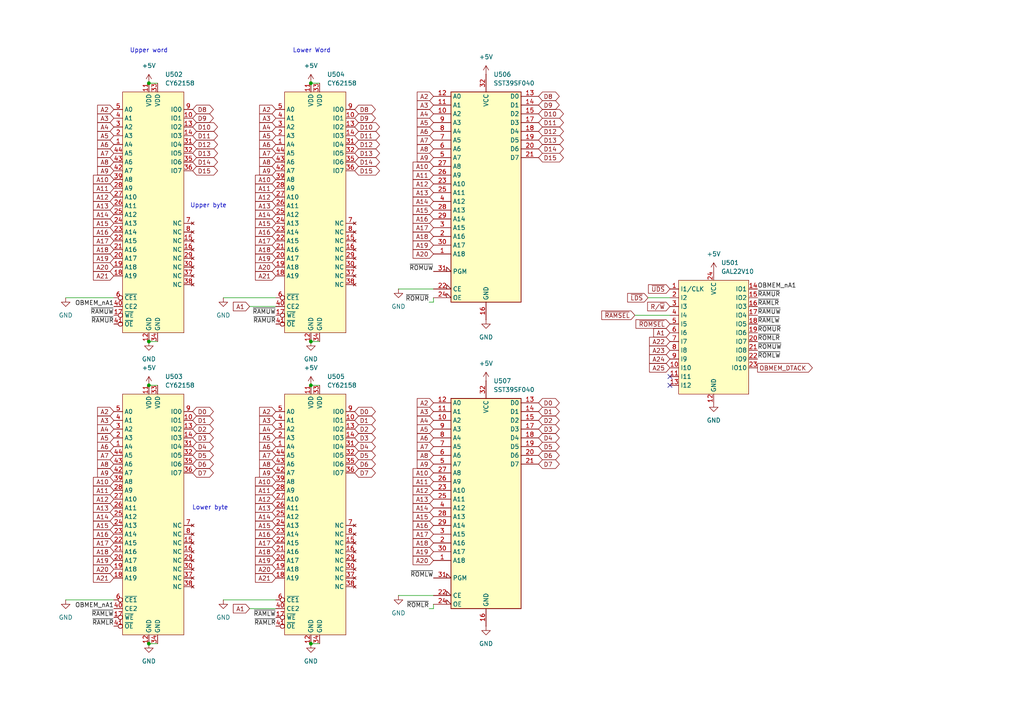
<source format=kicad_sch>
(kicad_sch (version 20250114) (generator "eeschema") (generator_version "9.0")
  (paper "A4")
  (lib_symbols
    (symbol "Memory_Flash:SST39SF040"
      (property "Reference" "U" (at 2.54 33.02 0))
      (property "Value" "SST39SF040" (at 0 -30.48 0))
      (symbol "SST39SF040_0_0"
        (pin power_in line (at 0 36.83 270) (length 5.08) (name "VCC") (number "32"))
        (pin power_in line (at 0 -34.29 90) (length 5.08) (name "GND") (number "16"))
      )
      (symbol "SST39SF040_0_1"
        (rectangle (start -10.16 31.75) (end 10.16 -29.21) (stroke (width 0.254)) (fill (type background)))
      )
      (symbol "SST39SF040_1_1"
        (pin input line (at -15.24 30.48 0) (length 5.08) (name "A0") (number "12"))
        (pin input line (at -15.24 27.94 0) (length 5.08) (name "A1") (number "11"))
        (pin input line (at -15.24 25.4 0) (length 5.08) (name "A2") (number "10"))
        (pin input line (at -15.24 22.86 0) (length 5.08) (name "A3") (number "9"))
        (pin input line (at -15.24 20.32 0) (length 5.08) (name "A4") (number "8"))
        (pin input line (at -15.24 17.78 0) (length 5.08) (name "A5") (number "7"))
        (pin input line (at -15.24 15.24 0) (length 5.08) (name "A6") (number "6"))
        (pin input line (at -15.24 12.7 0) (length 5.08) (name "A7") (number "5"))
        (pin input line (at -15.24 10.16 0) (length 5.08) (name "A8") (number "27"))
        (pin input line (at -15.24 7.62 0) (length 5.08) (name "A9") (number "26"))
        (pin input line (at -15.24 5.08 0) (length 5.08) (name "A10") (number "23"))
        (pin input line (at -15.24 2.54 0) (length 5.08) (name "A11") (number "25"))
        (pin input line (at -15.24 0 0) (length 5.08) (name "A12") (number "4"))
        (pin input line (at -15.24 -2.54 0) (length 5.08) (name "A13") (number "28"))
        (pin input line (at -15.24 -5.08 0) (length 5.08) (name "A14") (number "29"))
        (pin input line (at -15.24 -7.62 0) (length 5.08) (name "A15") (number "3"))
        (pin input line (at -15.24 -10.16 0) (length 5.08) (name "A16") (number "2"))
        (pin input line (at -15.24 -12.7 0) (length 5.08) (name "A17") (number "30"))
        (pin input line (at -15.24 -15.24 0) (length 5.08) (name "A18") (number "1"))
        (pin input input_low (at -15.24 -20.32 0) (length 5.08) (name "PGM") (number "31"))
        (pin input input_low (at -15.24 -25.4 0) (length 5.08) (name "CE") (number "22"))
        (pin input input_low (at -15.24 -27.94 0) (length 5.08) (name "OE") (number "24"))
        (pin tri_state line (at 15.24 30.48 180) (length 5.08) (name "D0") (number "13"))
        (pin tri_state line (at 15.24 27.94 180) (length 5.08) (name "D1") (number "14"))
        (pin tri_state line (at 15.24 25.4 180) (length 5.08) (name "D2") (number "15"))
        (pin tri_state line (at 15.24 22.86 180) (length 5.08) (name "D3") (number "17"))
        (pin tri_state line (at 15.24 20.32 180) (length 5.08) (name "D4") (number "18"))
        (pin tri_state line (at 15.24 17.78 180) (length 5.08) (name "D5") (number "19"))
        (pin tri_state line (at 15.24 15.24 180) (length 5.08) (name "D6") (number "20"))
        (pin tri_state line (at 15.24 12.7 180) (length 5.08) (name "D7") (number "21"))
      )
    )
    (symbol "jrt-ICs:GAL22V10" (pin_names (offset 0.5))
      (property "Reference" "U" (at 2.54 20.32 0))
      (property "Value" "GAL22V10" (at 0 0 0))
      (symbol "GAL22V10_1_1"
        (rectangle (start -10.16 16.51) (end 10.16 -16.51) (fill (type background)))
        (pin input line (at -12.7 13.97 0) (length 2.54) (name "I1/CLK") (number "1"))
        (pin input line (at -12.7 11.43 0) (length 2.54) (name "I2") (number "2"))
        (pin input line (at -12.7 8.89 0) (length 2.54) (name "I3") (number "3"))
        (pin input line (at -12.7 6.35 0) (length 2.54) (name "I4") (number "4"))
        (pin input line (at -12.7 3.81 0) (length 2.54) (name "I5") (number "5"))
        (pin input line (at -12.7 1.27 0) (length 2.54) (name "I6") (number "6"))
        (pin input line (at -12.7 -1.27 0) (length 2.54) (name "I7") (number "7"))
        (pin input line (at -12.7 -3.81 0) (length 2.54) (name "I8") (number "8"))
        (pin input line (at -12.7 -6.35 0) (length 2.54) (name "I9") (number "9"))
        (pin input line (at -12.7 -8.89 0) (length 2.54) (name "I10") (number "10"))
        (pin input line (at -12.7 -11.43 0) (length 2.54) (name "I11") (number "11"))
        (pin input line (at -12.7 -13.97 0) (length 2.54) (name "I12") (number "13"))
        (pin power_in line (at 0 19.05 270) (length 2.54) (name "VCC") (number "24"))
        (pin power_in line (at 0 -19.05 90) (length 2.54) (name "GND") (number "12"))
        (pin tri_state line (at 12.7 13.97 180) (length 2.54) (name "IO1") (number "14"))
        (pin tri_state line (at 12.7 11.43 180) (length 2.54) (name "IO2") (number "15"))
        (pin tri_state line (at 12.7 8.89 180) (length 2.54) (name "IO3") (number "16"))
        (pin tri_state line (at 12.7 6.35 180) (length 2.54) (name "IO4") (number "17"))
        (pin tri_state line (at 12.7 3.81 180) (length 2.54) (name "IO5") (number "18"))
        (pin tri_state line (at 12.7 1.27 180) (length 2.54) (name "IO6") (number "19"))
        (pin tri_state line (at 12.7 -1.27 180) (length 2.54) (name "IO7") (number "20"))
        (pin tri_state line (at 12.7 -3.81 180) (length 2.54) (name "IO8") (number "21"))
        (pin tri_state line (at 12.7 -6.35 180) (length 2.54) (name "IO9") (number "22"))
        (pin tri_state line (at 12.7 -8.89 180) (length 2.54) (name "IO10") (number "23"))
      )
    )
    (symbol "jrt-Memory:CY62158"
      (property "Reference" "U" (at 10.668 7.62 0))
      (property "Value" "CY62158" (at 10.414 5.588 0))
      (symbol "CY62158_1_1"
        (rectangle (start -8.89 0) (end 8.89 -69.85) (fill (type background)))
        (pin input line (at -11.43 -5.08 0) (length 2.54) (name "A0") (number "5"))
        (pin input line (at -11.43 -7.62 0) (length 2.54) (name "A1") (number "4"))
        (pin input line (at -11.43 -10.16 0) (length 2.54) (name "A2") (number "3"))
        (pin input line (at -11.43 -12.7 0) (length 2.54) (name "A3") (number "2"))
        (pin input line (at -11.43 -15.24 0) (length 2.54) (name "A4") (number "1"))
        (pin input line (at -11.43 -17.78 0) (length 2.54) (name "A5") (number "44"))
        (pin input line (at -11.43 -20.32 0) (length 2.54) (name "A6") (number "43"))
        (pin input line (at -11.43 -22.86 0) (length 2.54) (name "A7") (number "42"))
        (pin input line (at -11.43 -25.4 0) (length 2.54) (name "A8") (number "39"))
        (pin input line (at -11.43 -27.94 0) (length 2.54) (name "A9") (number "28"))
        (pin input line (at -11.43 -30.48 0) (length 2.54) (name "A10") (number "27"))
        (pin input line (at -11.43 -33.02 0) (length 2.54) (name "A11") (number "26"))
        (pin input line (at -11.43 -35.56 0) (length 2.54) (name "A12") (number "25"))
        (pin input line (at -11.43 -38.1 0) (length 2.54) (name "A13") (number "24"))
        (pin input line (at -11.43 -40.64 0) (length 2.54) (name "A14") (number "23"))
        (pin input line (at -11.43 -43.18 0) (length 2.54) (name "A15") (number "22"))
        (pin input line (at -11.43 -45.72 0) (length 2.54) (name "A16") (number "21"))
        (pin input line (at -11.43 -48.26 0) (length 2.54) (name "A17") (number "20"))
        (pin input line (at -11.43 -50.8 0) (length 2.54) (name "A18") (number "19"))
        (pin input line (at -11.43 -53.34 0) (length 2.54) (name "A19") (number "18"))
        (pin input inverted (at -11.43 -59.69 0) (length 2.54) (name "~{CE1}") (number "6"))
        (pin input line (at -11.43 -62.23 0) (length 2.54) (name "CE2") (number "40"))
        (pin input inverted (at -11.43 -64.77 0) (length 2.54) (name "~{WE}") (number "17"))
        (pin input inverted (at -11.43 -67.31 0) (length 2.54) (name "~{OE}") (number "41"))
        (pin power_in line (at -1.27 2.54 270) (length 2.54) (name "VDD") (number "11"))
        (pin power_in line (at -1.27 -72.39 90) (length 2.54) (name "GND") (number "12"))
        (pin power_in line (at 1.27 2.54 270) (length 2.54) (name "VDD") (number "33"))
        (pin power_in line (at 1.27 -72.39 90) (length 2.54) (name "GND") (number "34"))
        (pin tri_state line (at 11.43 -5.08 180) (length 2.54) (name "IO0") (number "9"))
        (pin tri_state line (at 11.43 -7.62 180) (length 2.54) (name "IO1") (number "10"))
        (pin tri_state line (at 11.43 -10.16 180) (length 2.54) (name "IO2") (number "13"))
        (pin tri_state line (at 11.43 -12.7 180) (length 2.54) (name "IO3") (number "14"))
        (pin tri_state line (at 11.43 -15.24 180) (length 2.54) (name "IO4") (number "31"))
        (pin tri_state line (at 11.43 -17.78 180) (length 2.54) (name "IO5") (number "32"))
        (pin tri_state line (at 11.43 -20.32 180) (length 2.54) (name "IO6") (number "35"))
        (pin tri_state line (at 11.43 -22.86 180) (length 2.54) (name "IO7") (number "36"))
        (pin no_connect line (at 11.43 -38.1 180) (length 2.54) (name "NC") (number "7"))
        (pin no_connect line (at 11.43 -40.64 180) (length 2.54) (name "NC") (number "8"))
        (pin no_connect line (at 11.43 -43.18 180) (length 2.54) (name "NC") (number "15"))
        (pin no_connect line (at 11.43 -45.72 180) (length 2.54) (name "NC") (number "16"))
        (pin no_connect line (at 11.43 -48.26 180) (length 2.54) (name "NC") (number "29"))
        (pin no_connect line (at 11.43 -50.8 180) (length 2.54) (name "NC") (number "30"))
        (pin no_connect line (at 11.43 -53.34 180) (length 2.54) (name "NC") (number "37"))
        (pin no_connect line (at 11.43 -55.88 180) (length 2.54) (name "NC") (number "38"))
      )
    )
    (symbol "power:+5V" (power) (pin_numbers (hide yes)) (pin_names (offset 0) (hide yes))
      (property "Value" "+5V" (at 0 3.556 0))
      (symbol "+5V_0_1"
        (polyline (pts (xy -0.762 1.27) (xy 0 2.54)))
        (polyline (pts (xy 0 2.54) (xy 0.762 1.27)))
        (polyline (pts (xy 0 0) (xy 0 2.54)))
      )
      (symbol "+5V_1_1"
        (pin power_in line (at 0 0 90) (length 0) (name "~") (number "1"))
      )
    )
    (symbol "power:GND" (power) (pin_numbers (hide yes)) (pin_names (offset 0) (hide yes))
      (property "Value" "GND" (at 0 -3.81 0))
      (symbol "GND_0_1"
        (polyline (pts (xy 0 0) (xy 0 -1.27) (xy 1.27 -1.27) (xy 0 -2.54) (xy -1.27 -1.27) (xy 0 -1.27)))
      )
      (symbol "GND_1_1"
        (pin power_in line (at 0 0 270) (length 0) (name "~") (number "1"))
      )
    )
  )
  (text "Upper word" (at 43.18 14.732 0) (effects (font (size 1.27 1.27))))
  (text "Lower byte" (at 60.96 147.32 0) (effects (font (size 1.27 1.27))))
  (text "Upper byte" (at 60.452 59.69 0) (effects (font (size 1.27 1.27))))
  (text "Lower Word" (at 90.424 14.732 0) (effects (font (size 1.27 1.27))))
  (junction (at 90.17 24.13))
  (junction (at 90.17 99.06))
  (junction (at 43.18 99.06))
  (junction (at 90.17 186.69))
  (junction (at 43.18 186.69))
  (junction (at 43.18 111.76))
  (junction (at 90.17 111.76))
  (junction (at 43.18 24.13))
  (no_connect (at 194.31 109.22))
  (no_connect (at 194.31 111.76))
  (wire (pts (xy 72.39 88.9) (xy 80.01 88.9)))
  (wire (pts (xy 90.17 99.06) (xy 92.71 99.06)))
  (wire (pts (xy 43.18 111.76) (xy 45.72 111.76)))
  (wire (pts (xy 90.17 24.13) (xy 92.71 24.13)))
  (wire (pts (xy 72.39 176.53) (xy 80.01 176.53)))
  (wire (pts (xy 124.46 176.53) (xy 125.73 176.53)))
  (wire (pts (xy 124.46 87.63) (xy 125.73 87.63)))
  (wire (pts (xy 43.18 186.69) (xy 45.72 186.69)))
  (wire (pts (xy 19.05 86.36) (xy 33.02 86.36)))
  (wire (pts (xy 184.15 91.44) (xy 194.31 91.44)))
  (wire (pts (xy 64.77 173.99) (xy 80.01 173.99)))
  (wire (pts (xy 125.73 87.63) (xy 125.73 86.36)))
  (wire (pts (xy 115.57 83.82) (xy 125.73 83.82)))
  (wire (pts (xy 43.18 24.13) (xy 45.72 24.13)))
  (wire (pts (xy 115.57 172.72) (xy 125.73 172.72)))
  (wire (pts (xy 43.18 99.06) (xy 45.72 99.06)))
  (wire (pts (xy 64.77 86.36) (xy 80.01 86.36)))
  (wire (pts (xy 187.96 86.36) (xy 194.31 86.36)))
  (wire (pts (xy 90.17 111.76) (xy 92.71 111.76)))
  (wire (pts (xy 90.17 186.69) (xy 92.71 186.69)))
  (wire (pts (xy 19.05 173.99) (xy 33.02 173.99)))
  (wire (pts (xy 125.73 176.53) (xy 125.73 175.26)))
  (label "~{ROMLR}" (at 124.46 176.53 180))
  (label "~{ROMUW}" (at 219.71 101.6 0))
  (label "~{ROMLR}" (at 219.71 99.06 0))
  (label "~{RAMLW}" (at 33.02 179.07 180))
  (label "~{ROMLW}" (at 219.71 104.14 0))
  (label "OBMEM_nA1" (at 33.02 88.9 180))
  (label "~{RAMLW}" (at 80.01 179.07 180))
  (label "OBMEM_nA1" (at 33.02 176.53 180))
  (label "~{ROMUR}" (at 219.71 96.52 0))
  (label "~{ROMUW}" (at 125.73 78.74 180))
  (label "~{RAMUR}" (at 80.01 93.98 180))
  (label "~{RAMUW}" (at 33.02 91.44 180))
  (label "~{RAMLR}" (at 80.01 181.61 180))
  (label "~{RAMUR}" (at 219.71 86.36 0))
  (label "~{RAMLR}" (at 219.71 88.9 0))
  (label "~{RAMLW}" (at 219.71 93.98 0))
  (label "~{RAMLR}" (at 33.02 181.61 180))
  (label "~{ROMUR}" (at 124.46 87.63 180))
  (label "OBMEM_nA1" (at 219.71 83.82 0))
  (label "~{RAMUW}" (at 80.01 91.44 180))
  (label "~{RAMUR}" (at 33.02 93.98 180))
  (label "~{RAMUW}" (at 219.71 91.44 0))
  (label "~{ROMLW}" (at 125.73 167.64 180))
  (global_label "D8" (shape bidirectional) (at 55.88 31.75 0) (property "Intersheetrefs" "${INTERSHEET_REFS}" (effects (hide yes))))
  (global_label "A22" (shape input) (at 194.31 99.06 180) (property "Intersheetrefs" "${INTERSHEET_REFS}" (effects (hide yes))))
  (global_label "A18" (shape input) (at 80.01 72.39 180) (property "Intersheetrefs" "${INTERSHEET_REFS}" (effects (hide yes))))
  (global_label "D13" (shape bidirectional) (at 102.87 44.45 0) (property "Intersheetrefs" "${INTERSHEET_REFS}" (effects (hide yes))))
  (global_label "A14" (shape input) (at 125.73 58.42 180) (property "Intersheetrefs" "${INTERSHEET_REFS}" (effects (hide yes))))
  (global_label "D3" (shape bidirectional) (at 102.87 127 0) (property "Intersheetrefs" "${INTERSHEET_REFS}" (effects (hide yes))))
  (global_label "A2" (shape input) (at 33.02 31.75 180) (property "Intersheetrefs" "${INTERSHEET_REFS}" (effects (hide yes))))
  (global_label "A19" (shape input) (at 80.01 74.93 180) (property "Intersheetrefs" "${INTERSHEET_REFS}" (effects (hide yes))))
  (global_label "A23" (shape input) (at 194.31 101.6 180) (property "Intersheetrefs" "${INTERSHEET_REFS}" (effects (hide yes))))
  (global_label "A15" (shape input) (at 33.02 152.4 180) (property "Intersheetrefs" "${INTERSHEET_REFS}" (effects (hide yes))))
  (global_label "A15" (shape input) (at 80.01 152.4 180) (property "Intersheetrefs" "${INTERSHEET_REFS}" (effects (hide yes))))
  (global_label "A10" (shape input) (at 80.01 52.07 180) (property "Intersheetrefs" "${INTERSHEET_REFS}" (effects (hide yes))))
  (global_label "A4" (shape input) (at 33.02 124.46 180) (property "Intersheetrefs" "${INTERSHEET_REFS}" (effects (hide yes))))
  (global_label "A3" (shape input) (at 33.02 34.29 180) (property "Intersheetrefs" "${INTERSHEET_REFS}" (effects (hide yes))))
  (global_label "A5" (shape input) (at 33.02 127 180) (property "Intersheetrefs" "${INTERSHEET_REFS}" (effects (hide yes))))
  (global_label "A2" (shape input) (at 80.01 31.75 180) (property "Intersheetrefs" "${INTERSHEET_REFS}" (effects (hide yes))))
  (global_label "D12" (shape bidirectional) (at 102.87 41.91 0) (property "Intersheetrefs" "${INTERSHEET_REFS}" (effects (hide yes))))
  (global_label "A6" (shape input) (at 33.02 129.54 180) (property "Intersheetrefs" "${INTERSHEET_REFS}" (effects (hide yes))))
  (global_label "A13" (shape input) (at 80.01 59.69 180) (property "Intersheetrefs" "${INTERSHEET_REFS}" (effects (hide yes))))
  (global_label "D11" (shape bidirectional) (at 102.87 39.37 0) (property "Intersheetrefs" "${INTERSHEET_REFS}" (effects (hide yes))))
  (global_label "A21" (shape input) (at 80.01 80.01 180) (property "Intersheetrefs" "${INTERSHEET_REFS}" (effects (hide yes))))
  (global_label "A14" (shape input) (at 80.01 62.23 180) (property "Intersheetrefs" "${INTERSHEET_REFS}" (effects (hide yes))))
  (global_label "A6" (shape input) (at 125.73 38.1 180) (property "Intersheetrefs" "${INTERSHEET_REFS}" (effects (hide yes))))
  (global_label "A4" (shape input) (at 125.73 121.92 180) (property "Intersheetrefs" "${INTERSHEET_REFS}" (effects (hide yes))))
  (global_label "~{RAMSEL}" (shape input) (at 184.15 91.44 180) (property "Intersheetrefs" "${INTERSHEET_REFS}" (effects (hide yes))))
  (global_label "A20" (shape input) (at 80.01 165.1 180) (property "Intersheetrefs" "${INTERSHEET_REFS}" (effects (hide yes))))
  (global_label "D1" (shape bidirectional) (at 102.87 121.92 0) (property "Intersheetrefs" "${INTERSHEET_REFS}" (effects (hide yes))))
  (global_label "A11" (shape input) (at 125.73 139.7 180) (property "Intersheetrefs" "${INTERSHEET_REFS}" (effects (hide yes))))
  (global_label "A20" (shape input) (at 125.73 73.66 180) (property "Intersheetrefs" "${INTERSHEET_REFS}" (effects (hide yes))))
  (global_label "D15" (shape bidirectional) (at 55.88 49.53 0) (property "Intersheetrefs" "${INTERSHEET_REFS}" (effects (hide yes))))
  (global_label "D7" (shape bidirectional) (at 102.87 137.16 0) (property "Intersheetrefs" "${INTERSHEET_REFS}" (effects (hide yes))))
  (global_label "A14" (shape input) (at 33.02 62.23 180) (property "Intersheetrefs" "${INTERSHEET_REFS}" (effects (hide yes))))
  (global_label "A6" (shape input) (at 80.01 129.54 180) (property "Intersheetrefs" "${INTERSHEET_REFS}" (effects (hide yes))))
  (global_label "A10" (shape input) (at 33.02 52.07 180) (property "Intersheetrefs" "${INTERSHEET_REFS}" (effects (hide yes))))
  (global_label "A9" (shape input) (at 125.73 45.72 180) (property "Intersheetrefs" "${INTERSHEET_REFS}" (effects (hide yes))))
  (global_label "A21" (shape input) (at 80.01 167.64 180) (property "Intersheetrefs" "${INTERSHEET_REFS}" (effects (hide yes))))
  (global_label "D3" (shape bidirectional) (at 55.88 127 0) (property "Intersheetrefs" "${INTERSHEET_REFS}" (effects (hide yes))))
  (global_label "A18" (shape input) (at 125.73 157.48 180) (property "Intersheetrefs" "${INTERSHEET_REFS}" (effects (hide yes))))
  (global_label "A9" (shape input) (at 33.02 49.53 180) (property "Intersheetrefs" "${INTERSHEET_REFS}" (effects (hide yes))))
  (global_label "~{UDS}" (shape input) (at 194.31 83.82 180) (property "Intersheetrefs" "${INTERSHEET_REFS}" (effects (hide yes))))
  (global_label "A1" (shape input) (at 72.39 88.9 180) (property "Intersheetrefs" "${INTERSHEET_REFS}" (effects (hide yes))))
  (global_label "D13" (shape bidirectional) (at 55.88 44.45 0) (property "Intersheetrefs" "${INTERSHEET_REFS}" (effects (hide yes))))
  (global_label "A19" (shape input) (at 125.73 160.02 180) (property "Intersheetrefs" "${INTERSHEET_REFS}" (effects (hide yes))))
  (global_label "D14" (shape bidirectional) (at 156.21 43.18 0) (property "Intersheetrefs" "${INTERSHEET_REFS}" (effects (hide yes))))
  (global_label "A4" (shape input) (at 80.01 124.46 180) (property "Intersheetrefs" "${INTERSHEET_REFS}" (effects (hide yes))))
  (global_label "A12" (shape input) (at 33.02 57.15 180) (property "Intersheetrefs" "${INTERSHEET_REFS}" (effects (hide yes))))
  (global_label "A21" (shape input) (at 33.02 167.64 180) (property "Intersheetrefs" "${INTERSHEET_REFS}" (effects (hide yes))))
  (global_label "D7" (shape bidirectional) (at 156.21 134.62 0) (property "Intersheetrefs" "${INTERSHEET_REFS}" (effects (hide yes))))
  (global_label "A10" (shape input) (at 33.02 139.7 180) (property "Intersheetrefs" "${INTERSHEET_REFS}" (effects (hide yes))))
  (global_label "A12" (shape input) (at 125.73 142.24 180) (property "Intersheetrefs" "${INTERSHEET_REFS}" (effects (hide yes))))
  (global_label "A12" (shape input) (at 125.73 53.34 180) (property "Intersheetrefs" "${INTERSHEET_REFS}" (effects (hide yes))))
  (global_label "A10" (shape input) (at 125.73 48.26 180) (property "Intersheetrefs" "${INTERSHEET_REFS}" (effects (hide yes))))
  (global_label "A7" (shape input) (at 33.02 132.08 180) (property "Intersheetrefs" "${INTERSHEET_REFS}" (effects (hide yes))))
  (global_label "D10" (shape bidirectional) (at 102.87 36.83 0) (property "Intersheetrefs" "${INTERSHEET_REFS}" (effects (hide yes))))
  (global_label "A9" (shape input) (at 33.02 137.16 180) (property "Intersheetrefs" "${INTERSHEET_REFS}" (effects (hide yes))))
  (global_label "D12" (shape bidirectional) (at 156.21 38.1 0) (property "Intersheetrefs" "${INTERSHEET_REFS}" (effects (hide yes))))
  (global_label "A4" (shape input) (at 80.01 36.83 180) (property "Intersheetrefs" "${INTERSHEET_REFS}" (effects (hide yes))))
  (global_label "A11" (shape input) (at 80.01 54.61 180) (property "Intersheetrefs" "${INTERSHEET_REFS}" (effects (hide yes))))
  (global_label "A13" (shape input) (at 33.02 59.69 180) (property "Intersheetrefs" "${INTERSHEET_REFS}" (effects (hide yes))))
  (global_label "D9" (shape bidirectional) (at 55.88 34.29 0) (property "Intersheetrefs" "${INTERSHEET_REFS}" (effects (hide yes))))
  (global_label "A5" (shape input) (at 125.73 124.46 180) (property "Intersheetrefs" "${INTERSHEET_REFS}" (effects (hide yes))))
  (global_label "A16" (shape input) (at 125.73 63.5 180) (property "Intersheetrefs" "${INTERSHEET_REFS}" (effects (hide yes))))
  (global_label "A6" (shape input) (at 80.01 41.91 180) (property "Intersheetrefs" "${INTERSHEET_REFS}" (effects (hide yes))))
  (global_label "D2" (shape bidirectional) (at 156.21 121.92 0) (property "Intersheetrefs" "${INTERSHEET_REFS}" (effects (hide yes))))
  (global_label "A10" (shape input) (at 80.01 139.7 180) (property "Intersheetrefs" "${INTERSHEET_REFS}" (effects (hide yes))))
  (global_label "A9" (shape input) (at 80.01 137.16 180) (property "Intersheetrefs" "${INTERSHEET_REFS}" (effects (hide yes))))
  (global_label "A5" (shape input) (at 125.73 35.56 180) (property "Intersheetrefs" "${INTERSHEET_REFS}" (effects (hide yes))))
  (global_label "D9" (shape bidirectional) (at 102.87 34.29 0) (property "Intersheetrefs" "${INTERSHEET_REFS}" (effects (hide yes))))
  (global_label "A7" (shape input) (at 80.01 132.08 180) (property "Intersheetrefs" "${INTERSHEET_REFS}" (effects (hide yes))))
  (global_label "D9" (shape bidirectional) (at 156.21 30.48 0) (property "Intersheetrefs" "${INTERSHEET_REFS}" (effects (hide yes))))
  (global_label "A3" (shape input) (at 80.01 121.92 180) (property "Intersheetrefs" "${INTERSHEET_REFS}" (effects (hide yes))))
  (global_label "A11" (shape input) (at 33.02 142.24 180) (property "Intersheetrefs" "${INTERSHEET_REFS}" (effects (hide yes))))
  (global_label "A16" (shape input) (at 80.01 154.94 180) (property "Intersheetrefs" "${INTERSHEET_REFS}" (effects (hide yes))))
  (global_label "~{ROMSEL}" (shape input) (at 194.31 93.98 180) (property "Intersheetrefs" "${INTERSHEET_REFS}" (effects (hide yes))))
  (global_label "A14" (shape input) (at 125.73 147.32 180) (property "Intersheetrefs" "${INTERSHEET_REFS}" (effects (hide yes))))
  (global_label "A20" (shape input) (at 80.01 77.47 180) (property "Intersheetrefs" "${INTERSHEET_REFS}" (effects (hide yes))))
  (global_label "D13" (shape bidirectional) (at 156.21 40.64 0) (property "Intersheetrefs" "${INTERSHEET_REFS}" (effects (hide yes))))
  (global_label "A16" (shape input) (at 80.01 67.31 180) (property "Intersheetrefs" "${INTERSHEET_REFS}" (effects (hide yes))))
  (global_label "A7" (shape input) (at 125.73 129.54 180) (property "Intersheetrefs" "${INTERSHEET_REFS}" (effects (hide yes))))
  (global_label "D12" (shape bidirectional) (at 55.88 41.91 0) (property "Intersheetrefs" "${INTERSHEET_REFS}" (effects (hide yes))))
  (global_label "D15" (shape bidirectional) (at 102.87 49.53 0) (property "Intersheetrefs" "${INTERSHEET_REFS}" (effects (hide yes))))
  (global_label "A2" (shape input) (at 125.73 27.94 180) (property "Intersheetrefs" "${INTERSHEET_REFS}" (effects (hide yes))))
  (global_label "D10" (shape bidirectional) (at 55.88 36.83 0) (property "Intersheetrefs" "${INTERSHEET_REFS}" (effects (hide yes))))
  (global_label "D3" (shape bidirectional) (at 156.21 124.46 0) (property "Intersheetrefs" "${INTERSHEET_REFS}" (effects (hide yes))))
  (global_label "A15" (shape input) (at 33.02 64.77 180) (property "Intersheetrefs" "${INTERSHEET_REFS}" (effects (hide yes))))
  (global_label "D4" (shape bidirectional) (at 102.87 129.54 0) (property "Intersheetrefs" "${INTERSHEET_REFS}" (effects (hide yes))))
  (global_label "A19" (shape input) (at 33.02 162.56 180) (property "Intersheetrefs" "${INTERSHEET_REFS}" (effects (hide yes))))
  (global_label "A13" (shape input) (at 33.02 147.32 180) (property "Intersheetrefs" "${INTERSHEET_REFS}" (effects (hide yes))))
  (global_label "A8" (shape input) (at 125.73 132.08 180) (property "Intersheetrefs" "${INTERSHEET_REFS}" (effects (hide yes))))
  (global_label "A20" (shape input) (at 125.73 162.56 180) (property "Intersheetrefs" "${INTERSHEET_REFS}" (effects (hide yes))))
  (global_label "A13" (shape input) (at 125.73 144.78 180) (property "Intersheetrefs" "${INTERSHEET_REFS}" (effects (hide yes))))
  (global_label "D11" (shape bidirectional) (at 156.21 35.56 0) (property "Intersheetrefs" "${INTERSHEET_REFS}" (effects (hide yes))))
  (global_label "A17" (shape input) (at 125.73 66.04 180) (property "Intersheetrefs" "${INTERSHEET_REFS}" (effects (hide yes))))
  (global_label "A19" (shape input) (at 125.73 71.12 180) (property "Intersheetrefs" "${INTERSHEET_REFS}" (effects (hide yes))))
  (global_label "D14" (shape bidirectional) (at 102.87 46.99 0) (property "Intersheetrefs" "${INTERSHEET_REFS}" (effects (hide yes))))
  (global_label "A5" (shape input) (at 80.01 127 180) (property "Intersheetrefs" "${INTERSHEET_REFS}" (effects (hide yes))))
  (global_label "A7" (shape input) (at 125.73 40.64 180) (property "Intersheetrefs" "${INTERSHEET_REFS}" (effects (hide yes))))
  (global_label "A20" (shape input) (at 33.02 165.1 180) (property "Intersheetrefs" "${INTERSHEET_REFS}" (effects (hide yes))))
  (global_label "D5" (shape bidirectional) (at 102.87 132.08 0) (property "Intersheetrefs" "${INTERSHEET_REFS}" (effects (hide yes))))
  (global_label "D8" (shape bidirectional) (at 156.21 27.94 0) (property "Intersheetrefs" "${INTERSHEET_REFS}" (effects (hide yes))))
  (global_label "D1" (shape bidirectional) (at 156.21 119.38 0) (property "Intersheetrefs" "${INTERSHEET_REFS}" (effects (hide yes))))
  (global_label "A16" (shape input) (at 33.02 154.94 180) (property "Intersheetrefs" "${INTERSHEET_REFS}" (effects (hide yes))))
  (global_label "D0" (shape bidirectional) (at 102.87 119.38 0) (property "Intersheetrefs" "${INTERSHEET_REFS}" (effects (hide yes))))
  (global_label "~{LDS}" (shape input) (at 187.96 86.36 180) (property "Intersheetrefs" "${INTERSHEET_REFS}" (effects (hide yes))))
  (global_label "D15" (shape bidirectional) (at 156.21 45.72 0) (property "Intersheetrefs" "${INTERSHEET_REFS}" (effects (hide yes))))
  (global_label "D8" (shape bidirectional) (at 102.87 31.75 0) (property "Intersheetrefs" "${INTERSHEET_REFS}" (effects (hide yes))))
  (global_label "D6" (shape bidirectional) (at 55.88 134.62 0) (property "Intersheetrefs" "${INTERSHEET_REFS}" (effects (hide yes))))
  (global_label "A19" (shape input) (at 80.01 162.56 180) (property "Intersheetrefs" "${INTERSHEET_REFS}" (effects (hide yes))))
  (global_label "D5" (shape bidirectional) (at 156.21 129.54 0) (property "Intersheetrefs" "${INTERSHEET_REFS}" (effects (hide yes))))
  (global_label "A2" (shape input) (at 33.02 119.38 180) (property "Intersheetrefs" "${INTERSHEET_REFS}" (effects (hide yes))))
  (global_label "A4" (shape input) (at 125.73 33.02 180) (property "Intersheetrefs" "${INTERSHEET_REFS}" (effects (hide yes))))
  (global_label "D7" (shape bidirectional) (at 55.88 137.16 0) (property "Intersheetrefs" "${INTERSHEET_REFS}" (effects (hide yes))))
  (global_label "R{slash}~{W}" (shape input) (at 194.31 88.9 180) (property "Intersheetrefs" "${INTERSHEET_REFS}" (effects (hide yes))))
  (global_label "D6" (shape bidirectional) (at 102.87 134.62 0) (property "Intersheetrefs" "${INTERSHEET_REFS}" (effects (hide yes))))
  (global_label "A20" (shape input) (at 33.02 77.47 180) (property "Intersheetrefs" "${INTERSHEET_REFS}" (effects (hide yes))))
  (global_label "A8" (shape input) (at 80.01 134.62 180) (property "Intersheetrefs" "${INTERSHEET_REFS}" (effects (hide yes))))
  (global_label "D4" (shape bidirectional) (at 156.21 127 0) (property "Intersheetrefs" "${INTERSHEET_REFS}" (effects (hide yes))))
  (global_label "A11" (shape input) (at 125.73 50.8 180) (property "Intersheetrefs" "${INTERSHEET_REFS}" (effects (hide yes))))
  (global_label "A17" (shape input) (at 80.01 69.85 180) (property "Intersheetrefs" "${INTERSHEET_REFS}" (effects (hide yes))))
  (global_label "A16" (shape input) (at 33.02 67.31 180) (property "Intersheetrefs" "${INTERSHEET_REFS}" (effects (hide yes))))
  (global_label "A3" (shape input) (at 33.02 121.92 180) (property "Intersheetrefs" "${INTERSHEET_REFS}" (effects (hide yes))))
  (global_label "A17" (shape input) (at 125.73 154.94 180) (property "Intersheetrefs" "${INTERSHEET_REFS}" (effects (hide yes))))
  (global_label "D6" (shape bidirectional) (at 156.21 132.08 0) (property "Intersheetrefs" "${INTERSHEET_REFS}" (effects (hide yes))))
  (global_label "A11" (shape input) (at 80.01 142.24 180) (property "Intersheetrefs" "${INTERSHEET_REFS}" (effects (hide yes))))
  (global_label "A18" (shape input) (at 80.01 160.02 180) (property "Intersheetrefs" "${INTERSHEET_REFS}" (effects (hide yes))))
  (global_label "A18" (shape input) (at 33.02 72.39 180) (property "Intersheetrefs" "${INTERSHEET_REFS}" (effects (hide yes))))
  (global_label "A1" (shape input) (at 72.39 176.53 180) (property "Intersheetrefs" "${INTERSHEET_REFS}" (effects (hide yes))))
  (global_label "A3" (shape input) (at 125.73 119.38 180) (property "Intersheetrefs" "${INTERSHEET_REFS}" (effects (hide yes))))
  (global_label "D1" (shape bidirectional) (at 55.88 121.92 0) (property "Intersheetrefs" "${INTERSHEET_REFS}" (effects (hide yes))))
  (global_label "A6" (shape input) (at 33.02 41.91 180) (property "Intersheetrefs" "${INTERSHEET_REFS}" (effects (hide yes))))
  (global_label "D2" (shape bidirectional) (at 55.88 124.46 0) (property "Intersheetrefs" "${INTERSHEET_REFS}" (effects (hide yes))))
  (global_label "D0" (shape bidirectional) (at 55.88 119.38 0) (property "Intersheetrefs" "${INTERSHEET_REFS}" (effects (hide yes))))
  (global_label "A18" (shape input) (at 33.02 160.02 180) (property "Intersheetrefs" "${INTERSHEET_REFS}" (effects (hide yes))))
  (global_label "D11" (shape bidirectional) (at 55.88 39.37 0) (property "Intersheetrefs" "${INTERSHEET_REFS}" (effects (hide yes))))
  (global_label "A2" (shape input) (at 80.01 119.38 180) (property "Intersheetrefs" "${INTERSHEET_REFS}" (effects (hide yes))))
  (global_label "A13" (shape input) (at 80.01 147.32 180) (property "Intersheetrefs" "${INTERSHEET_REFS}" (effects (hide yes))))
  (global_label "D2" (shape bidirectional) (at 102.87 124.46 0) (property "Intersheetrefs" "${INTERSHEET_REFS}" (effects (hide yes))))
  (global_label "A9" (shape input) (at 80.01 49.53 180) (property "Intersheetrefs" "${INTERSHEET_REFS}" (effects (hide yes))))
  (global_label "A19" (shape input) (at 33.02 74.93 180) (property "Intersheetrefs" "${INTERSHEET_REFS}" (effects (hide yes))))
  (global_label "OBMEM_DTACK" (shape output) (at 219.71 106.68 0) (property "Intersheetrefs" "${INTERSHEET_REFS}" (effects (hide yes))))
  (global_label "D0" (shape bidirectional) (at 156.21 116.84 0) (property "Intersheetrefs" "${INTERSHEET_REFS}" (effects (hide yes))))
  (global_label "D5" (shape bidirectional) (at 55.88 132.08 0) (property "Intersheetrefs" "${INTERSHEET_REFS}" (effects (hide yes))))
  (global_label "A15" (shape input) (at 80.01 64.77 180) (property "Intersheetrefs" "${INTERSHEET_REFS}" (effects (hide yes))))
  (global_label "A6" (shape input) (at 125.73 127 180) (property "Intersheetrefs" "${INTERSHEET_REFS}" (effects (hide yes))))
  (global_label "A24" (shape input) (at 194.31 104.14 180) (property "Intersheetrefs" "${INTERSHEET_REFS}" (effects (hide yes))))
  (global_label "A14" (shape input) (at 33.02 149.86 180) (property "Intersheetrefs" "${INTERSHEET_REFS}" (effects (hide yes))))
  (global_label "A16" (shape input) (at 125.73 152.4 180) (property "Intersheetrefs" "${INTERSHEET_REFS}" (effects (hide yes))))
  (global_label "A17" (shape input) (at 80.01 157.48 180) (property "Intersheetrefs" "${INTERSHEET_REFS}" (effects (hide yes))))
  (global_label "A4" (shape input) (at 33.02 36.83 180) (property "Intersheetrefs" "${INTERSHEET_REFS}" (effects (hide yes))))
  (global_label "A17" (shape input) (at 33.02 157.48 180) (property "Intersheetrefs" "${INTERSHEET_REFS}" (effects (hide yes))))
  (global_label "A15" (shape input) (at 125.73 149.86 180) (property "Intersheetrefs" "${INTERSHEET_REFS}" (effects (hide yes))))
  (global_label "A8" (shape input) (at 125.73 43.18 180) (property "Intersheetrefs" "${INTERSHEET_REFS}" (effects (hide yes))))
  (global_label "A25" (shape input) (at 194.31 106.68 180) (property "Intersheetrefs" "${INTERSHEET_REFS}" (effects (hide yes))))
  (global_label "A13" (shape input) (at 125.73 55.88 180) (property "Intersheetrefs" "${INTERSHEET_REFS}" (effects (hide yes))))
  (global_label "A15" (shape input) (at 125.73 60.96 180) (property "Intersheetrefs" "${INTERSHEET_REFS}" (effects (hide yes))))
  (global_label "A9" (shape input) (at 125.73 134.62 180) (property "Intersheetrefs" "${INTERSHEET_REFS}" (effects (hide yes))))
  (global_label "A21" (shape input) (at 33.02 80.01 180) (property "Intersheetrefs" "${INTERSHEET_REFS}" (effects (hide yes))))
  (global_label "A18" (shape input) (at 125.73 68.58 180) (property "Intersheetrefs" "${INTERSHEET_REFS}" (effects (hide yes))))
  (global_label "D14" (shape bidirectional) (at 55.88 46.99 0) (property "Intersheetrefs" "${INTERSHEET_REFS}" (effects (hide yes))))
  (global_label "A8" (shape input) (at 33.02 134.62 180) (property "Intersheetrefs" "${INTERSHEET_REFS}" (effects (hide yes))))
  (global_label "A17" (shape input) (at 33.02 69.85 180) (property "Intersheetrefs" "${INTERSHEET_REFS}" (effects (hide yes))))
  (global_label "A8" (shape input) (at 33.02 46.99 180) (property "Intersheetrefs" "${INTERSHEET_REFS}" (effects (hide yes))))
  (global_label "A8" (shape input) (at 80.01 46.99 180) (property "Intersheetrefs" "${INTERSHEET_REFS}" (effects (hide yes))))
  (global_label "D10" (shape bidirectional) (at 156.21 33.02 0) (property "Intersheetrefs" "${INTERSHEET_REFS}" (effects (hide yes))))
  (global_label "A3" (shape input) (at 80.01 34.29 180) (property "Intersheetrefs" "${INTERSHEET_REFS}" (effects (hide yes))))
  (global_label "A7" (shape input) (at 80.01 44.45 180) (property "Intersheetrefs" "${INTERSHEET_REFS}" (effects (hide yes))))
  (global_label "A12" (shape input) (at 33.02 144.78 180) (property "Intersheetrefs" "${INTERSHEET_REFS}" (effects (hide yes))))
  (global_label "A5" (shape input) (at 33.02 39.37 180) (property "Intersheetrefs" "${INTERSHEET_REFS}" (effects (hide yes))))
  (global_label "A2" (shape input) (at 125.73 116.84 180) (property "Intersheetrefs" "${INTERSHEET_REFS}" (effects (hide yes))))
  (global_label "A14" (shape input) (at 80.01 149.86 180) (property "Intersheetrefs" "${INTERSHEET_REFS}" (effects (hide yes))))
  (global_label "A5" (shape input) (at 80.01 39.37 180) (property "Intersheetrefs" "${INTERSHEET_REFS}" (effects (hide yes))))
  (global_label "A12" (shape input) (at 80.01 57.15 180) (property "Intersheetrefs" "${INTERSHEET_REFS}" (effects (hide yes))))
  (global_label "A10" (shape input) (at 125.73 137.16 180) (property "Intersheetrefs" "${INTERSHEET_REFS}" (effects (hide yes))))
  (global_label "A3" (shape input) (at 125.73 30.48 180) (property "Intersheetrefs" "${INTERSHEET_REFS}" (effects (hide yes))))
  (global_label "A12" (shape input) (at 80.01 144.78 180) (property "Intersheetrefs" "${INTERSHEET_REFS}" (effects (hide yes))))
  (global_label "A11" (shape input) (at 33.02 54.61 180) (property "Intersheetrefs" "${INTERSHEET_REFS}" (effects (hide yes))))
  (global_label "D4" (shape bidirectional) (at 55.88 129.54 0) (property "Intersheetrefs" "${INTERSHEET_REFS}" (effects (hide yes))))
  (global_label "A7" (shape input) (at 33.02 44.45 180) (property "Intersheetrefs" "${INTERSHEET_REFS}" (effects (hide yes))))
  (global_label "A1" (shape input) (at 194.31 96.52 180) (property "Intersheetrefs" "${INTERSHEET_REFS}" (effects (hide yes))))
  (symbol (lib_id "jrt-ICs:GAL22V10") (at 207.01 97.79 0) (unit 1)
    (property "Reference" "U501" (at 209.1533 76.2 0) (effects (justify left)))
    (property "Value" "GAL22V10" (at 209.1533 78.74 0) (effects (justify left)))
    (property "Footprint" "Package_DIP:DIP-24_W7.62mm_Socket" (effects (hide yes)))
  )
  (symbol (lib_id "power:GND") (at 43.18 99.06 0) (unit 1)
    (property "Reference" "#PWR0504" (effects (hide yes)))
    (property "Value" "GND" (at 43.18 104.14 0))
    (property "Description" "Power symbol creates a global label with name \"GND\" , ground" (effects (hide yes)))
  )
  (symbol (lib_id "jrt-Memory:CY62158") (at 44.45 114.3 0) (unit 1)
    (property "Reference" "U503" (at 47.8633 109.22 0) (effects (justify left)))
    (property "Value" "CY62158" (at 47.8633 111.76 0) (effects (justify left)))
    (property "Footprint" "Package_SO:TSOP-II-44_10.16x18.41mm_P0.8mm" (effects (hide yes)))
    (property "Datasheet" "https://4donline.ihs.com/images/VipMasterIC/IC/CYPR/CYPR-S-A0005170207/CYPR-S-A0005170207-1.pdf?hkey=CECEF36DEECDED6468708AAF2E19C0C6" (effects (hide yes)))
    (property "Part" "CY62158H-45ZSXI" (effects (hide yes)))
  )
  (symbol (lib_id "Memory_Flash:SST39SF040") (at 140.97 147.32 0) (unit 1)
    (property "Reference" "U507" (at 143.1133 110.49 0) (effects (justify left)))
    (property "Value" "SST39SF040" (at 143.1133 113.03 0) (effects (justify left)))
    (property "Footprint" "Package_DIP:DIP-32_W15.24mm_Socket" (effects (hide yes)))
    (property "Datasheet" "http://ww1.microchip.com/downloads/en/DeviceDoc/25022B.pdf" (effects (hide yes)))
    (property "Description" "Silicon Storage Technology (SSF) 512k x 8 Flash ROM" (effects (hide yes)))
  )
  (symbol (lib_id "power:+5V") (at 140.97 110.49 0) (unit 1)
    (property "Reference" "#PWR0519" (effects (hide yes)))
    (property "Value" "+5V" (at 140.97 105.41 0))
    (property "Description" "Power symbol creates a global label with name \"+5V\"" (effects (hide yes)))
  )
  (symbol (lib_id "power:+5V") (at 90.17 24.13 0) (unit 1)
    (property "Reference" "#PWR0507" (effects (hide yes)))
    (property "Value" "+5V" (at 90.17 19.05 0))
    (property "Description" "Power symbol creates a global label with name \"+5V\"" (effects (hide yes)))
  )
  (symbol (lib_id "power:GND") (at 19.05 173.99 0) (unit 1)
    (property "Reference" "#PWR0512" (effects (hide yes)))
    (property "Value" "GND" (at 19.05 179.07 0))
    (property "Description" "Power symbol creates a global label with name \"GND\" , ground" (effects (hide yes)))
  )
  (symbol (lib_id "power:GND") (at 140.97 92.71 0) (unit 1)
    (property "Reference" "#PWR0516" (effects (hide yes)))
    (property "Value" "GND" (at 140.97 97.79 0))
    (property "Description" "Power symbol creates a global label with name \"GND\" , ground" (effects (hide yes)))
  )
  (symbol (lib_id "power:GND") (at 43.18 186.69 0) (unit 1)
    (property "Reference" "#PWR0506" (effects (hide yes)))
    (property "Value" "GND" (at 43.18 191.77 0))
    (property "Description" "Power symbol creates a global label with name \"GND\" , ground" (effects (hide yes)))
  )
  (symbol (lib_id "jrt-Memory:CY62158") (at 44.45 26.67 0) (unit 1)
    (property "Reference" "U502" (at 47.8633 21.59 0) (effects (justify left)))
    (property "Value" "CY62158" (at 47.8633 24.13 0) (effects (justify left)))
    (property "Footprint" "Package_SO:TSOP-II-44_10.16x18.41mm_P0.8mm" (effects (hide yes)))
    (property "Datasheet" "https://4donline.ihs.com/images/VipMasterIC/IC/CYPR/CYPR-S-A0005170207/CYPR-S-A0005170207-1.pdf?hkey=CECEF36DEECDED6468708AAF2E19C0C6" (effects (hide yes)))
    (property "Part" "CY62158H-45ZSXI" (effects (hide yes)))
  )
  (symbol (lib_id "power:GND") (at 64.77 173.99 0) (unit 1)
    (property "Reference" "#PWR0511" (effects (hide yes)))
    (property "Value" "GND" (at 64.77 179.07 0))
    (property "Description" "Power symbol creates a global label with name \"GND\" , ground" (effects (hide yes)))
  )
  (symbol (lib_id "jrt-Memory:CY62158") (at 91.44 26.67 0) (unit 1)
    (property "Reference" "U504" (at 94.8533 21.59 0) (effects (justify left)))
    (property "Value" "CY62158" (at 94.8533 24.13 0) (effects (justify left)))
    (property "Footprint" "Package_SO:TSOP-II-44_10.16x18.41mm_P0.8mm" (effects (hide yes)))
    (property "Datasheet" "https://4donline.ihs.com/images/VipMasterIC/IC/CYPR/CYPR-S-A0005170207/CYPR-S-A0005170207-1.pdf?hkey=CECEF36DEECDED6468708AAF2E19C0C6" (effects (hide yes)))
    (property "Part" "CY62158H-45ZSXI" (effects (hide yes)))
  )
  (symbol (lib_id "power:+5V") (at 140.97 21.59 0) (unit 1)
    (property "Reference" "#PWR0517" (effects (hide yes)))
    (property "Value" "+5V" (at 140.97 16.51 0))
    (property "Description" "Power symbol creates a global label with name \"+5V\"" (effects (hide yes)))
  )
  (symbol (lib_id "power:GND") (at 207.01 116.84 0) (unit 1)
    (property "Reference" "#PWR0502" (effects (hide yes)))
    (property "Value" "GND" (at 207.01 121.92 0))
    (property "Description" "Power symbol creates a global label with name \"GND\" , ground" (effects (hide yes)))
  )
  (symbol (lib_id "power:GND") (at 90.17 186.69 0) (unit 1)
    (property "Reference" "#PWR0510" (effects (hide yes)))
    (property "Value" "GND" (at 90.17 191.77 0))
    (property "Description" "Power symbol creates a global label with name \"GND\" , ground" (effects (hide yes)))
  )
  (symbol (lib_id "power:GND") (at 19.05 86.36 0) (unit 1)
    (property "Reference" "#PWR0513" (effects (hide yes)))
    (property "Value" "GND" (at 19.05 91.44 0))
    (property "Description" "Power symbol creates a global label with name \"GND\" , ground" (effects (hide yes)))
  )
  (symbol (lib_id "power:+5V") (at 43.18 24.13 0) (unit 1)
    (property "Reference" "#PWR0503" (effects (hide yes)))
    (property "Value" "+5V" (at 43.18 19.05 0))
    (property "Description" "Power symbol creates a global label with name \"+5V\"" (effects (hide yes)))
  )
  (symbol (lib_id "Memory_Flash:SST39SF040") (at 140.97 58.42 0) (unit 1)
    (property "Reference" "U506" (at 143.1133 21.59 0) (effects (justify left)))
    (property "Value" "SST39SF040" (at 143.1133 24.13 0) (effects (justify left)))
    (property "Footprint" "Package_DIP:DIP-32_W15.24mm_Socket" (effects (hide yes)))
    (property "Datasheet" "http://ww1.microchip.com/downloads/en/DeviceDoc/25022B.pdf" (effects (hide yes)))
    (property "Description" "Silicon Storage Technology (SSF) 512k x 8 Flash ROM" (effects (hide yes)))
  )
  (symbol (lib_id "power:+5V") (at 207.01 78.74 0) (unit 1)
    (property "Reference" "#PWR0501" (effects (hide yes)))
    (property "Value" "+5V" (at 207.01 73.66 0))
    (property "Description" "Power symbol creates a global label with name \"+5V\"" (effects (hide yes)))
  )
  (symbol (lib_id "power:GND") (at 115.57 172.72 0) (unit 1)
    (property "Reference" "#PWR0518" (effects (hide yes)))
    (property "Value" "GND" (at 115.57 177.8 0))
    (property "Description" "Power symbol creates a global label with name \"GND\" , ground" (effects (hide yes)))
  )
  (symbol (lib_id "jrt-Memory:CY62158") (at 91.44 114.3 0) (unit 1)
    (property "Reference" "U505" (at 94.8533 109.22 0) (effects (justify left)))
    (property "Value" "CY62158" (at 94.8533 111.76 0) (effects (justify left)))
    (property "Footprint" "Package_SO:TSOP-II-44_10.16x18.41mm_P0.8mm" (effects (hide yes)))
    (property "Datasheet" "https://4donline.ihs.com/images/VipMasterIC/IC/CYPR/CYPR-S-A0005170207/CYPR-S-A0005170207-1.pdf?hkey=CECEF36DEECDED6468708AAF2E19C0C6" (effects (hide yes)))
    (property "Part" "CY62158H-45ZSXI" (effects (hide yes)))
  )
  (symbol (lib_id "power:+5V") (at 43.18 111.76 0) (unit 1)
    (property "Reference" "#PWR0505" (effects (hide yes)))
    (property "Value" "+5V" (at 43.18 106.68 0))
    (property "Description" "Power symbol creates a global label with name \"+5V\"" (effects (hide yes)))
  )
  (symbol (lib_id "power:GND") (at 64.77 86.36 0) (unit 1)
    (property "Reference" "#PWR0514" (effects (hide yes)))
    (property "Value" "GND" (at 64.77 91.44 0))
    (property "Description" "Power symbol creates a global label with name \"GND\" , ground" (effects (hide yes)))
  )
  (symbol (lib_id "power:GND") (at 90.17 99.06 0) (unit 1)
    (property "Reference" "#PWR0508" (effects (hide yes)))
    (property "Value" "GND" (at 90.17 104.14 0))
    (property "Description" "Power symbol creates a global label with name \"GND\" , ground" (effects (hide yes)))
  )
  (symbol (lib_id "power:GND") (at 115.57 83.82 0) (unit 1)
    (property "Reference" "#PWR0515" (effects (hide yes)))
    (property "Value" "GND" (at 115.57 88.9 0))
    (property "Description" "Power symbol creates a global label with name \"GND\" , ground" (effects (hide yes)))
  )
  (symbol (lib_id "power:+5V") (at 90.17 111.76 0) (unit 1)
    (property "Reference" "#PWR0509" (effects (hide yes)))
    (property "Value" "+5V" (at 90.17 106.68 0))
    (property "Description" "Power symbol creates a global label with name \"+5V\"" (effects (hide yes)))
  )
  (symbol (lib_id "power:GND") (at 140.97 181.61 0) (unit 1)
    (property "Reference" "#PWR0520" (effects (hide yes)))
    (property "Value" "GND" (at 140.97 186.69 0))
    (property "Description" "Power symbol creates a global label with name \"GND\" , ground" (effects (hide yes)))
  )
)
</source>
